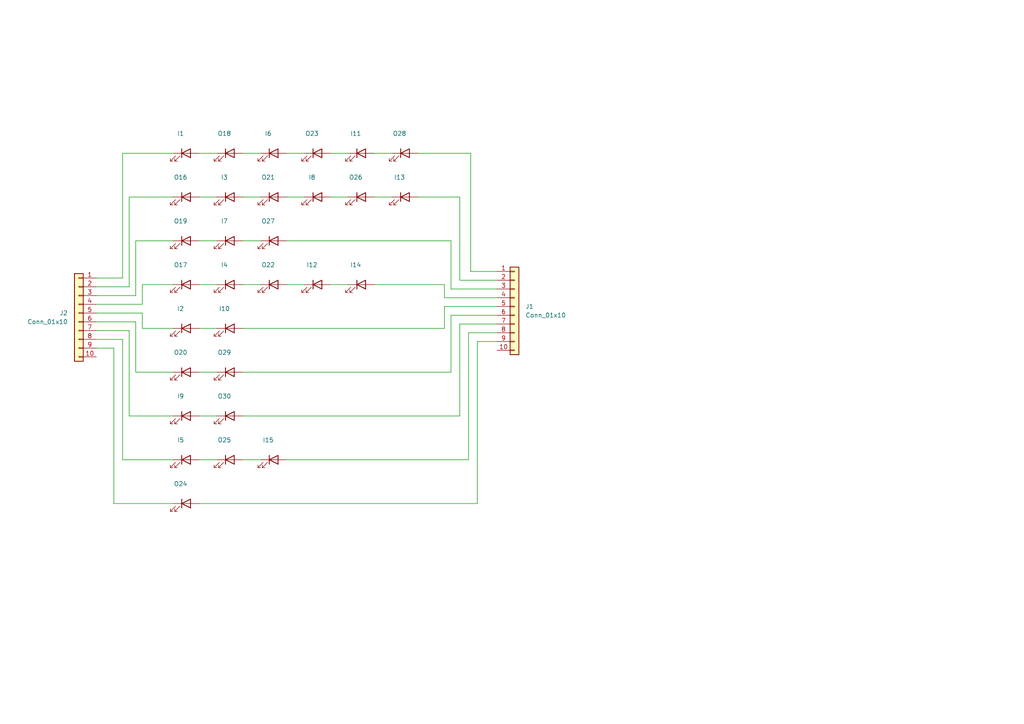
<source format=kicad_sch>
(kicad_sch (version 20230121) (generator eeschema)
  (paper "A4")
  (lib_symbols
    (symbol "Connector_Generic:Conn_01x10" (pin_names (offset 1.016) hide)
      (property "Reference" "J" (at 0 12.7 0))
      (property "Value" "Conn_01x10" (at 0 -15.24 0))
      (symbol "Conn_01x10_1_1"
        (rectangle (start -1.27 -12.573) (end 0 -12.827) (stroke (width 0.1524)))
        (rectangle (start -1.27 -10.033) (end 0 -10.287) (stroke (width 0.1524)))
        (rectangle (start -1.27 -7.493) (end 0 -7.747) (stroke (width 0.1524)))
        (rectangle (start -1.27 -4.953) (end 0 -5.207) (stroke (width 0.1524)))
        (rectangle (start -1.27 -2.413) (end 0 -2.667) (stroke (width 0.1524)))
        (rectangle (start -1.27 0.127) (end 0 -0.127) (stroke (width 0.1524)))
        (rectangle (start -1.27 2.667) (end 0 2.413) (stroke (width 0.1524)))
        (rectangle (start -1.27 5.207) (end 0 4.953) (stroke (width 0.1524)))
        (rectangle (start -1.27 7.747) (end 0 7.493) (stroke (width 0.1524)))
        (rectangle (start -1.27 10.287) (end 0 10.033) (stroke (width 0.1524)))
        (rectangle (start -1.27 11.43) (end 1.27 -13.97) (stroke (width 0.254)) (fill (type background)))
        (pin passive line (at -5.08 10.16 0) (length 3.81) (name "Pin_1") (number "1"))
        (pin passive line (at -5.08 -12.7 0) (length 3.81) (name "Pin_10") (number "10"))
        (pin passive line (at -5.08 7.62 0) (length 3.81) (name "Pin_2") (number "2"))
        (pin passive line (at -5.08 5.08 0) (length 3.81) (name "Pin_3") (number "3"))
        (pin passive line (at -5.08 2.54 0) (length 3.81) (name "Pin_4") (number "4"))
        (pin passive line (at -5.08 0 0) (length 3.81) (name "Pin_5") (number "5"))
        (pin passive line (at -5.08 -2.54 0) (length 3.81) (name "Pin_6") (number "6"))
        (pin passive line (at -5.08 -5.08 0) (length 3.81) (name "Pin_7") (number "7"))
        (pin passive line (at -5.08 -7.62 0) (length 3.81) (name "Pin_8") (number "8"))
        (pin passive line (at -5.08 -10.16 0) (length 3.81) (name "Pin_9") (number "9"))
      )
    )
    (symbol "Device:LED" (pin_numbers hide) (pin_names (offset 1.016) hide)
      (property "Reference" "D" (at 0 2.54 0))
      (property "Value" "LED" (at 0 -2.54 0))
      (symbol "LED_0_1"
        (polyline (pts (xy -1.27 -1.27) (xy -1.27 1.27)) (stroke (width 0.254)))
        (polyline (pts (xy -1.27 0) (xy 1.27 0)))
        (polyline (pts (xy 1.27 -1.27) (xy 1.27 1.27) (xy -1.27 0) (xy 1.27 -1.27)) (stroke (width 0.254)))
        (polyline (pts (xy -3.048 -0.762) (xy -4.572 -2.286) (xy -3.81 -2.286) (xy -4.572 -2.286) (xy -4.572 -1.524)))
        (polyline (pts (xy -1.778 -0.762) (xy -3.302 -2.286) (xy -2.54 -2.286) (xy -3.302 -2.286) (xy -3.302 -1.524)))
      )
      (symbol "LED_1_1"
        (pin passive line (at -3.81 0 0) (length 2.54) (name "K") (number "1"))
        (pin passive line (at 3.81 0 180) (length 2.54) (name "A") (number "2"))
      )
    )
  )
  (wire (pts (xy 35.56 44.45) (xy 35.56 80.645)))
  (wire (pts (xy 50.165 120.65) (xy 37.465 120.65)))
  (wire (pts (xy 57.785 107.95) (xy 62.865 107.95)))
  (wire (pts (xy 57.785 57.15) (xy 62.865 57.15)))
  (wire (pts (xy 35.56 98.425) (xy 27.94 98.425)))
  (wire (pts (xy 37.465 57.15) (xy 37.465 83.185)))
  (wire (pts (xy 133.35 81.28) (xy 144.145 81.28)))
  (wire (pts (xy 50.165 133.35) (xy 35.56 133.35)))
  (wire (pts (xy 83.185 82.55) (xy 88.265 82.55)))
  (wire (pts (xy 70.485 133.35) (xy 75.565 133.35)))
  (wire (pts (xy 95.885 82.55) (xy 100.965 82.55)))
  (wire (pts (xy 50.165 95.25) (xy 41.275 95.25)))
  (wire (pts (xy 83.185 44.45) (xy 88.265 44.45)))
  (wire (pts (xy 41.275 88.265) (xy 27.94 88.265)))
  (wire (pts (xy 33.02 100.965) (xy 27.94 100.965)))
  (wire (pts (xy 136.525 78.74) (xy 144.145 78.74)))
  (wire (pts (xy 57.785 82.55) (xy 62.865 82.55)))
  (wire (pts (xy 128.905 95.25) (xy 128.905 88.9)))
  (wire (pts (xy 133.35 93.98) (xy 144.145 93.98)))
  (wire (pts (xy 39.37 85.725) (xy 27.94 85.725)))
  (wire (pts (xy 121.285 57.15) (xy 133.35 57.15)))
  (wire (pts (xy 37.465 120.65) (xy 37.465 95.885)))
  (wire (pts (xy 50.165 107.95) (xy 39.37 107.95)))
  (wire (pts (xy 37.465 95.885) (xy 27.94 95.885)))
  (wire (pts (xy 57.785 133.35) (xy 62.865 133.35)))
  (wire (pts (xy 95.885 44.45) (xy 100.965 44.45)))
  (wire (pts (xy 39.37 69.85) (xy 39.37 85.725)))
  (wire (pts (xy 136.525 44.45) (xy 136.525 78.74)))
  (wire (pts (xy 57.785 95.25) (xy 62.865 95.25)))
  (wire (pts (xy 135.89 96.52) (xy 144.145 96.52)))
  (wire (pts (xy 128.905 88.9) (xy 144.145 88.9)))
  (wire (pts (xy 70.485 120.65) (xy 133.35 120.65)))
  (wire (pts (xy 50.165 82.55) (xy 41.275 82.55)))
  (wire (pts (xy 35.56 133.35) (xy 35.56 98.425)))
  (wire (pts (xy 70.485 107.95) (xy 130.81 107.95)))
  (wire (pts (xy 133.35 57.15) (xy 133.35 81.28)))
  (wire (pts (xy 138.43 146.05) (xy 138.43 99.06)))
  (wire (pts (xy 70.485 44.45) (xy 75.565 44.45)))
  (wire (pts (xy 70.485 57.15) (xy 75.565 57.15)))
  (wire (pts (xy 41.275 90.805) (xy 27.94 90.805)))
  (wire (pts (xy 83.185 133.35) (xy 135.89 133.35)))
  (wire (pts (xy 133.35 120.65) (xy 133.35 93.98)))
  (wire (pts (xy 35.56 80.645) (xy 27.94 80.645)))
  (wire (pts (xy 83.185 57.15) (xy 88.265 57.15)))
  (wire (pts (xy 130.81 107.95) (xy 130.81 91.44)))
  (wire (pts (xy 41.275 95.25) (xy 41.275 90.805)))
  (wire (pts (xy 108.585 57.15) (xy 113.665 57.15)))
  (wire (pts (xy 50.165 146.05) (xy 33.02 146.05)))
  (wire (pts (xy 70.485 95.25) (xy 128.905 95.25)))
  (wire (pts (xy 39.37 107.95) (xy 39.37 93.345)))
  (wire (pts (xy 130.81 69.85) (xy 130.81 83.82)))
  (wire (pts (xy 130.81 83.82) (xy 144.145 83.82)))
  (wire (pts (xy 57.785 146.05) (xy 138.43 146.05)))
  (wire (pts (xy 83.185 69.85) (xy 130.81 69.85)))
  (wire (pts (xy 130.81 91.44) (xy 144.145 91.44)))
  (wire (pts (xy 121.285 44.45) (xy 136.525 44.45)))
  (wire (pts (xy 27.94 83.185) (xy 37.465 83.185)))
  (wire (pts (xy 135.89 133.35) (xy 135.89 96.52)))
  (wire (pts (xy 95.885 57.15) (xy 100.965 57.15)))
  (wire (pts (xy 50.165 57.15) (xy 37.465 57.15)))
  (wire (pts (xy 57.785 69.85) (xy 62.865 69.85)))
  (wire (pts (xy 50.165 44.45) (xy 35.56 44.45)))
  (wire (pts (xy 33.02 146.05) (xy 33.02 100.965)))
  (wire (pts (xy 57.785 44.45) (xy 62.865 44.45)))
  (wire (pts (xy 70.485 69.85) (xy 75.565 69.85)))
  (wire (pts (xy 108.585 44.45) (xy 113.665 44.45)))
  (wire (pts (xy 50.165 69.85) (xy 39.37 69.85)))
  (wire (pts (xy 128.905 86.36) (xy 144.145 86.36)))
  (wire (pts (xy 57.785 120.65) (xy 62.865 120.65)))
  (wire (pts (xy 39.37 93.345) (xy 27.94 93.345)))
  (wire (pts (xy 70.485 82.55) (xy 75.565 82.55)))
  (wire (pts (xy 41.275 82.55) (xy 41.275 88.265)))
  (wire (pts (xy 108.585 82.55) (xy 128.905 82.55)))
  (wire (pts (xy 128.905 82.55) (xy 128.905 86.36)))
  (wire (pts (xy 138.43 99.06) (xy 144.145 99.06)))
  (symbol (lib_id "Device:LED") (at 53.975 133.35 0) (unit 1)
    (property "Reference" "I5" (at 52.3875 127.635 0))
    (property "Footprint" "LED_SMD:LED_2835_CREE_JSE28L3E5_1" (effects hide))
    (property "Datasheet" "JSeries_2835_Color-3359504.pdf" (effects hide))
    (property "Orig_Ref" "    D_B1 " (effects hide))
  )
  (symbol (lib_id "Device:LED") (at 79.375 57.15 0) (unit 1)
    (property "Reference" "O21" (at 77.7875 51.435 0))
    (property "Value" "Cold white 5700K" (effects hide))
    (property "Footprint" "LED_SMD:LED_2835_CREE_JSE28L3E5_1" (effects hide))
    (property "Datasheet" "JSeries_2835_3V_Consolidated-2940268.pdf" (effects hide))
    (property "Orig_Ref" "    D_C5" (effects hide))
  )
  (symbol (lib_id "Device:LED") (at 92.075 57.15 0) (unit 1)
    (property "Reference" "I8" (at 90.4875 51.435 0))
    (property "Value" "Cold white 5700K" (effects hide))
    (property "Footprint" "LED_SMD:LED_2835_CREE_JSE28L3E5_1" (effects hide))
    (property "Datasheet" "JSeries_2835_3V_Consolidated-2940268.pdf" (effects hide))
    (property "Orig_Ref" "    D_C2" (effects hide))
  )
  (symbol (lib_id "Device:LED") (at 66.675 44.45 0) (unit 1)
    (property "Reference" "O18" (at 65.0875 38.735 0))
    (property "Value" "Warm white 3000K" (effects hide))
    (property "Footprint" "LED_SMD:LED_2835_CREE_JSE28L3E5_1" (effects hide))
    (property "Datasheet" "JSeries_2835_3V_Consolidated-2940268.pdf" (effects hide))
    (property "Orig_Ref" "    D_W4" (effects hide))
  )
  (symbol (lib_id "Device:LED") (at 53.975 69.85 0) (unit 1)
    (property "Reference" "O19" (at 52.3875 64.135 0))
    (property "Value" "I12" (effects hide))
    (property "Footprint" "LED_SMD:LED_2835_CREE_JSE28L3E5_Big_Anode" (effects hide))
    (property "Datasheet" "JSeries_2835_Color-3359504.pdf" (effects hide))
    (property "Orig_Ref" "    D_MA2" (effects hide))
  )
  (symbol (lib_id "Device:LED") (at 66.675 57.15 0) (unit 1)
    (property "Reference" "I3" (at 65.0875 51.435 0))
    (property "Value" "Cold white 5700K" (effects hide))
    (property "Footprint" "LED_SMD:LED_2835_CREE_JSE28L3E5_1" (effects hide))
    (property "Datasheet" "JSeries_2835_3V_Consolidated-2940268.pdf" (effects hide))
    (property "Orig_Ref" "    D_C1" (effects hide))
  )
  (symbol (lib_id "Device:LED") (at 117.475 57.15 0) (unit 1)
    (property "Reference" "I13" (at 115.8875 51.435 0))
    (property "Value" "Cold white 5700K" (effects hide))
    (property "Footprint" "LED_SMD:LED_2835_CREE_JSE28L3E5_1" (effects hide))
    (property "Datasheet" "JSeries_2835_3V_Consolidated-2940268.pdf" (effects hide))
    (property "Orig_Ref" "    D_C3" (effects hide))
  )
  (symbol (lib_id "Device:LED") (at 104.775 82.55 0) (unit 1)
    (property "Reference" "I14" (at 103.1875 76.835 0))
    (property "Footprint" "LED_SMD:LED_2835_CREE_JSE28L3E5_1" (effects hide))
    (property "Datasheet" "JSeries_2835_Color-3359504.pdf" (effects hide))
    (property "Orig_Ref" "    D_PA3" (effects hide))
  )
  (symbol (lib_id "Device:LED") (at 53.975 146.05 0) (unit 1)
    (property "Reference" "O24" (at 52.3875 140.335 0))
    (property "Footprint" "LED_SMD:Luminous Devices A130 Package" (effects hide))
    (property "Datasheet" "Luminus_Devices_PDS_003184_RevB_Sst_08_UV_Product_-2950321-2.pdf" (effects hide))
    (property "Orig_Ref" "    D_UV1" (effects hide))
  )
  (symbol (lib_id "Device:LED") (at 53.975 107.95 0) (unit 1)
    (property "Reference" "O20" (at 52.3875 102.235 0))
    (property "Footprint" "LED_SMD:LED_2835_CREE_JSE28L3E5_Big_Anode" (effects hide))
    (property "Datasheet" "JSeries_2835_Color-3359504.pdf" (effects hide))
    (property "Orig_Ref" "    D_PR1" (effects hide))
  )
  (symbol (lib_id "Connector_Generic:Conn_01x10") (at 149.225 88.9 0) (unit 1)
    (property "Reference" "J1" (at 152.4 88.9 0) (effects (justify left)))
    (property "Value" "Conn_01x10" (at 152.4 91.44 0) (effects (justify left)))
    (property "Footprint" "Connector_PinHeader_2.54mm:PinHeader_1x10_P2.54mm_Vertical" (effects hide))
  )
  (symbol (lib_id "Device:LED") (at 104.775 57.15 0) (unit 1)
    (property "Reference" "O26" (at 103.1875 51.435 0))
    (property "Value" "Cold white 5700K" (effects hide))
    (property "Footprint" "LED_SMD:LED_2835_CREE_JSE28L3E5_1" (effects hide))
    (property "Datasheet" "JSeries_2835_3V_Consolidated-2940268.pdf" (effects hide))
    (property "Orig_Ref" "    D_C6" (effects hide))
  )
  (symbol (lib_id "Device:LED") (at 79.375 44.45 0) (unit 1)
    (property "Reference" "I6" (at 77.7875 38.735 0))
    (property "Value" "Warm white 3000K" (effects hide))
    (property "Footprint" "LED_SMD:LED_2835_CREE_JSE28L3E5_1" (effects hide))
    (property "Datasheet" "JSeries_2835_3V_Consolidated-2940268.pdf" (effects hide))
    (property "Orig_Ref" "    D_W2" (effects hide))
  )
  (symbol (lib_id "Device:LED") (at 79.375 82.55 0) (unit 1)
    (property "Reference" "O22" (at 77.7875 76.835 0))
    (property "Footprint" "LED_SMD:LED_2835_CREE_JSE28L3E5_1" (effects hide))
    (property "Datasheet" "JSeries_2835_Color-3359504.pdf" (effects hide))
    (property "Orig_Ref" "    D_PA5" (effects hide))
  )
  (symbol (lib_id "Device:LED") (at 53.975 95.25 0) (unit 1)
    (property "Reference" "I2" (at 52.3875 89.535 0))
    (property "Footprint" "LED_SMD:LED_2835_CREE_JSE28L3E5_Big_Anode" (effects hide))
    (property "Datasheet" "JSeries_2835_Color-3359504.pdf" (effects hide))
    (property "Orig_Ref" "    D_R1" (effects hide))
  )
  (symbol (lib_id "Device:LED") (at 66.675 69.85 0) (unit 1)
    (property "Reference" "I7" (at 65.0875 64.135 0))
    (property "Footprint" "LED_SMD:LED_2835_CREE_JSE28L3E5_Big_Anode" (effects hide))
    (property "Datasheet" "JSeries_2835_Color-3359504.pdf" (effects hide))
    (property "Orig_Ref" "    D_MA1" (effects hide))
  )
  (symbol (lib_id "Device:LED") (at 66.675 95.25 0) (unit 1)
    (property "Reference" "I10" (at 65.0875 89.535 0))
    (property "Footprint" "LED_SMD:LED_2835_CREE_JSE28L3E5_Big_Anode" (effects hide))
    (property "Datasheet" "JSeries_2835_Color-3359504.pdf" (effects hide))
    (property "Orig_Ref" "    D_R2" (effects hide))
  )
  (symbol (lib_id "Device:LED") (at 92.075 82.55 0) (unit 1)
    (property "Reference" "I12" (at 90.4875 76.835 0))
    (property "Footprint" "LED_SMD:LED_2835_CREE_JSE28L3E5_1" (effects hide))
    (property "Datasheet" "JSeries_2835_Color-3359504.pdf" (effects hide))
    (property "Orig_Ref" "    D_PA2" (effects hide))
  )
  (symbol (lib_id "Device:LED") (at 104.775 44.45 0) (unit 1)
    (property "Reference" "I11" (at 103.1875 38.735 0))
    (property "Value" "Warm white 3000K" (effects hide))
    (property "Footprint" "LED_SMD:LED_2835_CREE_JSE28L3E5_1" (effects hide))
    (property "Datasheet" "JSeries_2835_3V_Consolidated-2940268.pdf" (effects hide))
    (property "Orig_Ref" "    D_W3" (effects hide))
  )
  (symbol (lib_id "Connector_Generic:Conn_01x10") (at 22.86 90.805 0) (mirror y) (unit 1)
    (property "Reference" "J2" (at 19.685 90.805 0) (effects (justify left)))
    (property "Value" "Conn_01x10" (at 19.685 93.345 0) (effects (justify left)))
    (property "Footprint" "Connector_PinHeader_2.54mm:PinHeader_1x10_P2.54mm_Vertical" (effects hide))
  )
  (symbol (lib_id "Device:LED") (at 66.675 120.65 0) (unit 1)
    (property "Reference" "O30" (at 65.0875 114.935 0))
    (property "Footprint" "LED_SMD:LED_2835_CREE_JSE28L3E5_1" (effects hide))
    (property "Datasheet" "JSeries_2835_Color-3359504.pdf" (effects hide))
    (property "Orig_Ref" "    D_G2" (effects hide))
  )
  (symbol (lib_id "Device:LED") (at 66.675 82.55 0) (unit 1)
    (property "Reference" "I4" (at 65.0875 76.835 0))
    (property "Footprint" "LED_SMD:LED_2835_CREE_JSE28L3E5_1" (effects hide))
    (property "Datasheet" "JSeries_2835_Color-3359504.pdf" (effects hide))
    (property "Orig_Ref" "    D_PA1" (effects hide))
  )
  (symbol (lib_id "Device:LED") (at 117.475 44.45 0) (unit 1)
    (property "Reference" "O28" (at 115.8875 38.735 0))
    (property "Value" "Warm white 3000K" (effects hide))
    (property "Footprint" "LED_SMD:LED_2835_CREE_JSE28L3E5_1" (effects hide))
    (property "Datasheet" "JSeries_2835_3V_Consolidated-2940268.pdf" (effects hide))
    (property "Orig_Ref" "    D_W6" (effects hide))
  )
  (symbol (lib_id "Device:LED") (at 92.075 44.45 0) (unit 1)
    (property "Reference" "O23" (at 90.4875 38.735 0))
    (property "Value" "Warm white 3000K" (effects hide))
    (property "Footprint" "LED_SMD:LED_2835_CREE_JSE28L3E5_1" (effects hide))
    (property "Datasheet" "JSeries_2835_3V_Consolidated-2940268.pdf" (effects hide))
    (property "Orig_Ref" "    D_W5" (effects hide))
  )
  (symbol (lib_id "Device:LED") (at 79.375 133.35 0) (unit 1)
    (property "Reference" "I15" (at 77.7875 127.635 0))
    (property "Footprint" "LED_SMD:LED_2835_CREE_JSE28L3E5_1" (effects hide))
    (property "Datasheet" "JSeries_2835_Color-3359504.pdf" (effects hide))
    (property "Orig_Ref" "    D_B2" (effects hide))
  )
  (symbol (lib_id "Device:LED") (at 53.975 82.55 0) (unit 1)
    (property "Reference" "O17" (at 52.3875 76.835 0))
    (property "Footprint" "LED_SMD:LED_2835_CREE_JSE28L3E5_1" (effects hide))
    (property "Datasheet" "JSeries_2835_Color-3359504.pdf" (effects hide))
    (property "Orig_Ref" "    D_PA4" (effects hide))
  )
  (symbol (lib_id "Device:LED") (at 79.375 69.85 0) (unit 1)
    (property "Reference" "O27" (at 77.7875 64.135 0))
    (property "Footprint" "LED_SMD:LED_2835_CREE_JSE28L3E5_Big_Anode" (effects hide))
    (property "Datasheet" "JSeries_2835_Color-3359504.pdf" (effects hide))
    (property "Orig_Ref" "    D_MA3" (effects hide))
  )
  (symbol (lib_id "Device:LED") (at 66.675 133.35 0) (unit 1)
    (property "Reference" "O25" (at 65.0875 127.635 0))
    (property "Footprint" "LED_SMD:LED_2835_CREE_JSE28L3E5_1" (effects hide))
    (property "Datasheet" "JSeries_2835_Color-3359504.pdf" (effects hide))
    (property "Orig_Ref" "    D_B3" (effects hide))
  )
  (symbol (lib_id "Device:LED") (at 53.975 57.15 0) (unit 1)
    (property "Reference" "O16" (at 52.3875 51.435 0))
    (property "Value" "Cold white 5700K" (effects hide))
    (property "Footprint" "LED_SMD:LED_2835_CREE_JSE28L3E5_1" (effects hide))
    (property "Datasheet" "JSeries_2835_3V_Consolidated-2940268.pdf" (effects hide))
    (property "Orig_Ref" "    D_C4" (effects hide))
  )
  (symbol (lib_id "Device:LED") (at 66.675 107.95 0) (unit 1)
    (property "Reference" "O29" (at 65.0875 102.235 0))
    (property "Footprint" "LED_SMD:LED_2835_CREE_JSE28L3E5_Big_Anode" (effects hide))
    (property "Datasheet" "JSeries_2835_Color-3359504.pdf" (effects hide))
    (property "Orig_Ref" "    D_PR2" (effects hide))
  )
  (symbol (lib_id "Device:LED") (at 53.975 120.65 0) (unit 1)
    (property "Reference" "I9" (at 52.3875 114.935 0))
    (property "Footprint" "LED_SMD:LED_2835_CREE_JSE28L3E5_1" (effects hide))
    (property "Datasheet" "JSeries_2835_Color-3359504.pdf" (effects hide))
    (property "Orig_Ref" "    D_G1" (effects hide))
  )
  (symbol (lib_id "Device:LED") (at 53.975 44.45 0) (unit 1)
    (property "Reference" "I1" (at 52.3875 38.735 0))
    (property "Value" "Warm white 3000K" (effects hide))
    (property "Footprint" "LED_SMD:LED_2835_CREE_JSE28L3E5_1" (effects hide))
    (property "Datasheet" "JSeries_2835_3V_Consolidated-2940268.pdf" (effects hide))
    (property "Orig_Ref" "    D_W1" (effects hide))
  )
)
</source>
